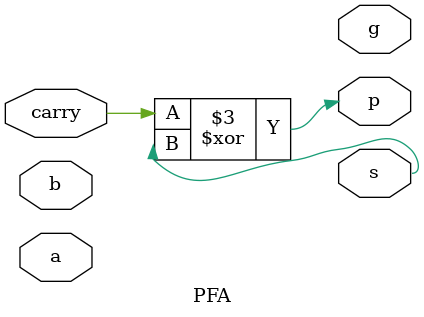
<source format=v>

module carry(g1, g3, p1, carry_in, p0, g2, p3, c1, carry_out, p2, g0, c0, c2);
//: interface  /sz:(40, 40) /bd:[ ]
input g3;    //: /sn:0 {0}(411,12)(411,175){1}
input g2;    //: /sn:0 {0}(315,12)(315,79){1}
//: {2}(317,81)(437,81)(437,134){3}
//: {4}(315,83)(315,123)(315,123)(315,174){5}
output c0;    //: /sn:0 {0}(186,236)(186,196){1}
input g1;    //: /sn:0 {0}(239,12)(239,64){1}
//: {2}(241,66)(462,66)(462,134){3}
//: {4}(239,68)(239,105){5}
//: {6}(241,107)(331,107)(331,134){7}
//: {8}(239,109)(239,164)(253,164)(253,174){9}
output c1;    //: /sn:0 {0}(258,236)(258,195){1}
input p3;    //: /sn:0 /dp:1 {0}(506,134)(506,39)(434,39){1}
//: {2}(432,37)(432,12){3}
//: {4}(432,41)(432,57)(432,57)(432,58){5}
//: {6}(434,60)(477,60)(477,134){7}
//: {8}(432,62)(432,74){9}
//: {10}(434,76)(452,76)(452,134){11}
//: {12}(432,78)(432,106)(432,106)(432,134){13}
input p2;    //: /sn:0 /dp:1 {0}(511,134)(511,34)(338,34){1}
//: {2}(336,32)(336,12){3}
//: {4}(336,36)(336,44)(336,44)(336,54){5}
//: {6}(338,56)(482,56)(482,134){7}
//: {8}(336,58)(336,69){9}
//: {10}(338,71)(457,71)(457,134){11}
//: {12}(336,73)(336,92){13}
//: {14}(338,94)(374,94)(374,134){15}
//: {16}(336,96)(336,105){17}
//: {18}(338,107)(351,107)(351,134){19}
//: {20}(336,109)(336,122)(336,122)(336,134){21}
input carry_in;    //: /sn:0 /dp:7 {0}(526,134)(526,122)(391,122){1}
//: {2}(387,122)(291,122){3}
//: {4}(287,122)(211,122){5}
//: {6}(207,122)(145,122){7}
//: {8}(209,124)(209,128)(209,128)(209,134){9}
//: {10}(289,124)(289,125)(289,125)(289,134){11}
//: {12}(389,124)(389,134){13}
input p1;    //: /sn:0 /dp:1 {0}(516,134)(516,29)(262,29){1}
//: {2}(260,27)(260,12){3}
//: {4}(260,31)(260,49){5}
//: {6}(262,51)(487,51)(487,134){7}
//: {8}(260,53)(260,88){9}
//: {10}(262,90)(379,90)(379,134){11}
//: {12}(260,92)(260,101){13}
//: {14}(262,103)(356,103)(356,134){15}
//: {16}(260,105)(260,115){17}
//: {18}(262,117)(279,117)(279,134){19}
//: {20}(260,119)(260,126)(260,126)(260,134){21}
output carry_out;    //: /sn:0 {0}(421,236)(421,196){1}
input p0;    //: /sn:0 /dp:1 {0}(204,134)(204,114){1}
//: {2}(206,112)(284,112)(284,134){3}
//: {4}(204,110)(204,88){5}
//: {6}(206,86)(384,86)(384,134){7}
//: {8}(204,84)(204,57)(204,57)(204,26){9}
//: {10}(206,24)(521,24)(521,134){11}
//: {12}(204,26)(204,41)(204,41)(204,12){13}
output c2;    //: /sn:0 {0}(323,236)(323,195){1}
input g0;    //: /sn:0 /dp:1 {0}(183,175)(183,118){1}
//: {2}(185,116)(255,116)(255,134){3}
//: {4}(183,114)(183,100){5}
//: {6}(185,98)(361,98)(361,134){7}
//: {8}(183,96)(183,47){9}
//: {10}(185,45)(492,45)(492,134){11}
//: {12}(183,47)(183,51)(183,51)(183,12){13}
wire w6;    //: /sn:0 /dp:1 {0}(416,175)(416,158)(435,158)(435,155){1}
wire w4;    //: /sn:0 /dp:1 {0}(325,174)(325,166)(356,166)(356,155){1}
wire w0;    //: /sn:0 /dp:1 {0}(263,174)(263,164)(284,164)(284,155){1}
wire w3;    //: /sn:0 /dp:1 {0}(330,174)(330,169)(382,169)(382,155){1}
wire w1;    //: /sn:0 /dp:1 {0}(188,175)(188,169)(207,169)(207,155){1}
wire w8;    //: /sn:0 {0}(457,155)(457,161)(421,161)(421,175){1}
wire w2;    //: /sn:0 /dp:1 {0}(258,174)(258,155){1}
wire w10;    //: /sn:0 {0}(485,155)(485,165)(426,165)(426,175){1}
wire w5;    //: /sn:0 /dp:1 {0}(431,175)(431,169)(516,169)(516,155){1}
wire w9;    //: /sn:0 {0}(320,174)(320,161)(334,161)(334,155){1}
//: enddecls

  //: input g4 (g1) @(239,10) /sn:0 /R:3 /w:[ 0 ]
  //: input g8 (g3) @(411,10) /sn:0 /R:3 /w:[ 0 ]
  //: input g3 (p1) @(260,10) /sn:0 /R:3 /w:[ 3 ]
  and g13 (.I0(g0), .I1(p1), .Z(w2));   //: @(258,145) /sn:0 /R:3 /w:[ 3 21 1 ]
  and g34 (.I0(p3), .I1(g2), .Z(w6));   //: @(435,145) /sn:0 /R:3 /w:[ 13 3 1 ]
  //: joint g37 (p3) @(432, 76) /w:[ 10 9 -1 12 ]
  or g51 (.I0(w5), .I1(w10), .I2(w8), .I3(w6), .I4(g3), .Z(carry_out));   //: @(421,186) /sn:0 /R:3 /w:[ 0 1 1 0 1 1 ]
  //: input g2 (carry_in) @(143,122) /sn:0 /w:[ 7 ]
  //: input g1 (p0) @(204,10) /sn:0 /R:3 /w:[ 13 ]
  or g11 (.I0(g0), .I1(w1), .Z(c0));   //: @(186,186) /sn:0 /R:3 /w:[ 0 0 1 ]
  //: joint g16 (carry_in) @(289, 122) /w:[ 3 -1 4 10 ]
  //: joint g10 (carry_in) @(209, 122) /w:[ 5 -1 6 8 ]
  //: joint g28 (p2) @(336, 94) /w:[ 14 13 -1 16 ]
  //: frame g50 @(161,19) /sn:0 /wi:378 /ht:195 /tx:""
  or g19 (.I0(w0), .I1(w2), .I2(g1), .Z(c1));   //: @(258,185) /sn:0 /R:3 /w:[ 0 0 9 1 ]
  and g27 (.I0(carry_in), .I1(p0), .I2(p1), .I3(p2), .Z(w3));   //: @(382,145) /sn:0 /R:3 /w:[ 13 7 11 15 1 ]
  or g32 (.I0(w3), .I1(w4), .I2(w9), .I3(g2), .Z(c2));   //: @(323,185) /sn:0 /R:3 /w:[ 0 0 0 5 1 ]
  //: input g6 (g2) @(315,10) /sn:0 /R:3 /w:[ 0 ]
  //: joint g38 (p2) @(336, 71) /w:[ 10 9 -1 12 ]
  //: input g7 (p3) @(432,10) /sn:0 /R:3 /w:[ 3 ]
  and g9 (.I0(p0), .I1(carry_in), .Z(w1));   //: @(207,145) /sn:0 /R:3 /w:[ 0 9 1 ]
  //: comment g53 /dolink:0 /link:"" @(407,254) /sn:0 /R:2
  //: /line:"(c3)"
  //: /end
  and g15 (.I0(carry_in), .I1(p0), .I2(p1), .Z(w0));   //: @(284,145) /sn:0 /R:3 /w:[ 11 3 19 1 ]
  //: output g20 (c1) @(258,233) /sn:0 /R:3 /w:[ 0 ]
  //: joint g31 (carry_in) @(389, 122) /w:[ 1 -1 2 12 ]
  //: joint g39 (g1) @(239, 66) /w:[ 2 1 -1 4 ]
  //: joint g43 (p1) @(260, 51) /w:[ 6 5 -1 8 ]
  //: joint g48 (p1) @(260, 29) /w:[ 1 2 -1 4 ]
  //: joint g17 (p1) @(260, 117) /w:[ 18 17 -1 20 ]
  //: joint g25 (p1) @(260, 103) /w:[ 14 13 -1 16 ]
  //: joint g29 (p1) @(260, 90) /w:[ 10 9 -1 12 ]
  //: joint g42 (p2) @(336, 56) /w:[ 6 5 -1 8 ]
  //: output g52 (carry_out) @(421,233) /sn:0 /R:3 /w:[ 0 ]
  //: input g5 (p2) @(336,10) /sn:0 /R:3 /w:[ 3 ]
  //: joint g14 (g0) @(183, 116) /w:[ 2 4 -1 1 ]
  //: joint g44 (g0) @(183, 45) /w:[ 10 12 -1 9 ]
  //: joint g47 (p2) @(336, 34) /w:[ 1 2 -1 4 ]
  and g21 (.I0(g1), .I1(p2), .Z(w9));   //: @(334,145) /sn:0 /R:3 /w:[ 7 21 1 ]
  //: joint g24 (p2) @(336, 107) /w:[ 18 17 -1 20 ]
  and g36 (.I0(g1), .I1(p2), .I2(p3), .Z(w8));   //: @(457,145) /sn:0 /R:3 /w:[ 3 11 11 0 ]
  and g23 (.I0(g0), .I1(p1), .I2(p2), .Z(w4));   //: @(356,145) /sn:0 /R:3 /w:[ 7 15 19 1 ]
  //: joint g41 (p3) @(432, 60) /w:[ 6 5 -1 8 ]
  and g40 (.I0(g0), .I1(p1), .I2(p2), .I3(p3), .Z(w10));   //: @(485,145) /sn:0 /R:3 /w:[ 11 7 7 7 0 ]
  //: input g0 (g0) @(183,10) /sn:0 /R:3 /w:[ 13 ]
  //: joint g22 (g1) @(239, 107) /w:[ 6 5 -1 8 ]
  //: joint g26 (g0) @(183, 98) /w:[ 6 8 -1 5 ]
  //: joint g35 (g2) @(315, 81) /w:[ 2 1 -1 4 ]
  and g45 (.I0(carry_in), .I1(p0), .I2(p1), .I3(p2), .I4(p3), .Z(w5));   //: @(516,145) /sn:0 /R:3 /w:[ 0 11 0 0 0 1 ]
  //: joint g46 (p3) @(432, 39) /w:[ 1 2 -1 4 ]
  //: output g12 (c0) @(186,233) /sn:0 /R:3 /w:[ 0 ]
  //: joint g18 (p0) @(204, 112) /w:[ 2 4 -1 1 ]
  //: joint g30 (p0) @(204, 86) /w:[ 6 8 -1 5 ]
  //: output g33 (c2) @(323,233) /sn:0 /R:3 /w:[ 0 ]
  //: joint g49 (p0) @(204, 24) /w:[ 10 12 -1 9 ]

endmodule

module main;    //: root_module
wire w6;    //: /sn:0 {0}(188,100)(188,110){1}
wire w7;    //: /sn:0 {0}(167,75)(167,110){1}
wire w14;    //: /sn:0 {0}(310,196)(310,167){1}
wire w16;    //: /sn:0 {0}(291,196)(291,167){1}
wire w4;    //: /sn:0 {0}(64,167)(64,196){1}
wire w19;    //: /sn:0 {0}(413,76)(413,110){1}
wire w3;    //: /sn:0 {0}(45,167)(45,196){1}
wire w0;    //: /sn:0 {0}(44,75)(44,110){1}
wire w21;    //: /sn:0 {0}(475,110)(475,89){1}
wire w20;    //: /sn:0 {0}(-15,234)(19,234){1}
wire w24;    //: /sn:0 {0}(433,196)(433,167){1}
wire w23;    //: /sn:0 {0}(352,196)(352,167){1}
wire w1;    //: /sn:0 {0}(65,100)(65,110){1}
wire w25;    //: /sn:0 {0}(568,232)(544,232){1}
//: {2}(542,230)(542,186)(475,186)(475,167){3}
//: {4}(540,232)(516,232){5}
wire w18;    //: /sn:0 {0}(434,100)(434,110){1}
wire w8;    //: /sn:0 {0}(187,196)(187,167){1}
wire w22;    //: /sn:0 {0}(414,196)(414,167){1}
wire w17;    //: /sn:0 {0}(229,196)(229,167){1}
wire w2;    //: /sn:0 {0}(106,110)(106,89){1}
wire w12;    //: /sn:0 {0}(311,100)(311,110){1}
wire w11;    //: /sn:0 {0}(106,196)(106,167){1}
wire w10;    //: /sn:0 {0}(168,196)(168,167){1}
wire w13;    //: /sn:0 {0}(290,75)(290,110){1}
wire w5;    //: /sn:0 {0}(229,89)(229,110){1}
wire w9;    //: /sn:0 {0}(352,89)(352,110){1}
//: enddecls

  PFA g4 (.a(w19), .b(w18), .carry(w25), .s(w21), .p(w22), .g(w24));   //: @(404, 111) /sz:(93, 55) /sn:0 /anc:1 /p:[ Ti0>1 Ti1>1 Bi0>3 To0<0 Bo0<1 Bo1<1 ]
  //: comment g8 /dolink:0 /link:"" @(379,153) /sn:0 /R:1 /anc:1
  //: /line:"1"
  //: /end
  led S1 (.I(w9));   //: @(352,82) /w:[ 0 ] /type:0
  PFA g3 (.a(w13), .b(w12), .carry(w23), .s(w9), .p(w16), .g(w14));   //: @(281, 111) /sz:(93, 55) /sn:0 /anc:1 /p:[ Ti0>1 Ti1>1 Bi0>1 To0<1 Bo0<1 Bo1<1 ]
  PFA g2 (.a(w7), .b(w6), .carry(w17), .s(w5), .p(w10), .g(w8));   //: @(158, 111) /sz:(93, 55) /sn:0 /anc:1 /p:[ Ti0>1 Ti1>1 Bi0>1 To0<1 Bo0<1 Bo1<1 ]
  carry g1 (.p3(w3), .g3(w4), .p2(w10), .g2(w8), .p1(w16), .g1(w14), .p0(w22), .g0(w24), .carry_in(w25), .c2(w11), .c1(w17), .c0(w23), .carry_out(w20));   //: @(20, 197) /sz:(495, 65) /sn:0 /anc:1 /p:[ Ti0>1 Ti1>1 Ti2>0 Ti3>0 Ti4>0 Ti5>0 Ti6>0 Ti7>0 Ri0>5 To0<0 To1<0 To2<0 Lo0<1 ]
  //: comment g11 /dolink:0 /link:"" @(286,220) /sn:0
  //: /line:"-look-ahead"
  //: /end
  //: comment g10 /dolink:0 /link:"" @(133,153) /sn:0 /R:1 /anc:1
  //: /line:"3"
  //: /end
  //: joint g6 (w25) @(542, 232) /w:[ 1 2 4 -1 ]
  //: switch carry (w25) @(586,232) /R:2 /w:[ 0 ] /st:0
  //: comment g7 /dolink:0 /link:"" @(502,154) /sn:0 /R:1 /anc:1
  //: /line:"0"
  //: /end
  //: comment g9 /dolink:0 /link:"" @(256,154) /sn:0 /R:1 /anc:1
  //: /line:"2"
  //: /end
  led S0 (.I(w21));   //: @(475,82) /w:[ 1 ] /type:0
  led g5 (.I(w20));   //: @(-22,234) /sn:0 /R:1 /w:[ 0 ] /type:0
  PFA g0 (.b(w1), .a(w0), .carry(w11), .s(w2), .g(w4), .p(w3));   //: @(35, 111) /sz:(93, 55) /sn:0 /anc:1 /p:[ Ti0>1 Ti1>1 Bi0>1 To0<0 Bo0<0 Bo1<0 ]
  led S3 (.I(w2));   //: @(106,82) /w:[ 1 ] /type:0
  led S2 (.I(w5));   //: @(229,82) /w:[ 0 ] /type:0

endmodule

module PFA(carry, b, g, p, a, s);
//: interface  /sz:(93, 55) /bd:[ Ti0>b(30/93) Ti1>a(9/93) Bi0>carry(71/93) To0<s(71/93) Bo0<g(29/93) Bo1<p(10/93) ]
output p;    //: /sn:0 /dp:3 {0}(144,72)(155,72){1}
//: {2}(159,72)(193,72)(193,72)(206,72){3}
//: {4}(157,74)(157,116)(164,116){5}
input b;    //: /sn:0 /dp:5 {0}(123,74)(108,74)(108,100){1}
//: {2}(110,102)(110,102)(110,102)(124,102){3}
//: {4}(106,102)(98,102){5}
input carry;    //: /sn:0 {0}(98,121)(164,121){1}
output s;    //: /sn:0 {0}(206,119)(185,119){1}
input a;    //: /sn:0 {0}(98,69)(112,69){1}
//: {2}(116,69)(112,69)(112,69)(123,69){3}
//: {4}(114,71)(114,97)(124,97){5}
output g;    //: /sn:0 {0}(206,100)(145,100){1}
//: enddecls

  //: joint g4 (b) @(108, 102) /w:[ 2 1 4 -1 ]
  //: input g8 (carry) @(96,121) /sn:0 /w:[ 0 ]
  and g3 (.I0(a), .I1(b), .Z(g));   //: @(135,100) /sn:0 /w:[ 5 3 1 ]
  //: frame g13 @(105,61) /sn:0 /wi:88 /ht:71 /tx:""
  xor g2 (.I0(a), .I1(b), .Z(p));   //: @(134,72) /sn:0 /w:[ 3 0 0 ]
  //: input g1 (b) @(96,102) /sn:0 /w:[ 5 ]
  //: joint g11 (p) @(157, 72) /w:[ 2 -1 1 4 ]
  xor g10 (.I0(p), .I1(carry), .Z(s));   //: @(175,119) /sn:0 /w:[ 5 1 1 ]
  //: output g6 (g) @(203,100) /sn:0 /w:[ 0 ]
  //: output g7 (p) @(203,72) /sn:0 /w:[ 3 ]
  //: comment g9 /dolink:0 /link:"" @(100,12) /sn:0
  //: /line:"g = ab"
  //: /line:"p = a xor b"
  //: /line:"s = p xor carry"
  //: /end
  //: joint g5 (a) @(114, 69) /w:[ 2 -1 1 4 ]
  //: input g0 (a) @(96,69) /sn:0 /w:[ 0 ]
  //: output g12 (s) @(203,119) /sn:0 /w:[ 0 ]

endmodule

</source>
